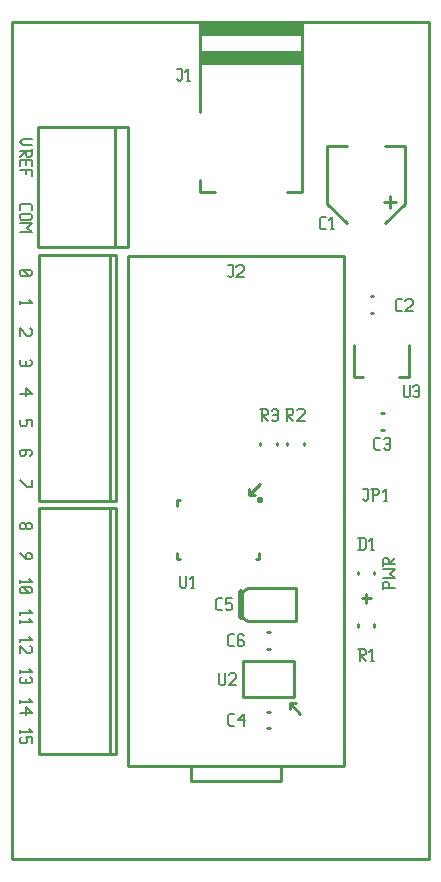
<source format=gbr>
G04 start of page 8 for group -4079 idx -4079 *
G04 Title: (unknown), topsilk *
G04 Creator: pcb 20140316 *
G04 CreationDate: Wed 01 Aug 2018 03:37:01 PM GMT UTC *
G04 For: railfan *
G04 Format: Gerber/RS-274X *
G04 PCB-Dimensions (mil): 1400.00 2800.00 *
G04 PCB-Coordinate-Origin: lower left *
%MOIN*%
%FSLAX25Y25*%
%LNTOPSILK*%
%ADD85C,0.0200*%
%ADD84C,0.0080*%
%ADD83C,0.0100*%
G54D83*X139500Y500D02*X500D01*
X93000Y52500D02*Y50500D01*
Y52500D02*X95000D01*
X96500Y49000D02*X93000Y52500D01*
X500Y279500D02*X139500D01*
X500Y500D02*Y279500D01*
X139500Y500D02*Y279500D01*
X79614Y122063D02*X81614D01*
X79614D02*Y124063D01*
X83114Y125563D02*X79614Y122063D01*
X118500Y89000D02*Y86000D01*
X117000Y87500D02*X120000D01*
G54D84*X124000Y91000D02*X128000D01*
X124000Y92500D02*Y90500D01*
Y92500D02*X124500Y93000D01*
X125500D01*
X126000Y92500D02*X125500Y93000D01*
X126000Y92500D02*Y91000D01*
X124000Y94200D02*X128000D01*
X126500Y95700D01*
X128000Y97200D01*
X124000D02*X128000D01*
X124000Y100400D02*Y98400D01*
Y100400D02*X124500Y100900D01*
X125500D01*
X126000Y100400D02*X125500Y100900D01*
X126000Y100400D02*Y98900D01*
X124000D02*X128000D01*
X126000D02*X128000Y100900D01*
X7000Y147000D02*Y145000D01*
X5000Y147000D02*X7000D01*
X5000D02*X5500Y146500D01*
Y145500D01*
X5000Y145000D01*
X3500D02*X5000D01*
X3000Y145500D02*X3500Y145000D01*
X3000Y146500D02*Y145500D01*
X3500Y147000D02*X3000Y146500D01*
X7000Y135500D02*X6500Y135000D01*
X7000Y136500D02*Y135500D01*
X6500Y137000D02*X7000Y136500D01*
X3500Y137000D02*X6500D01*
X3500D02*X3000Y136500D01*
X5000Y135500D02*X4500Y135000D01*
X5000Y137000D02*Y135500D01*
X3000Y136500D02*Y135500D01*
X3500Y135000D01*
X4500D01*
X3000Y127000D02*X5500Y124500D01*
X7000D01*
Y127000D02*Y124500D01*
X3500Y112500D02*X3000Y112000D01*
X3500Y112500D02*X4500D01*
X5000Y112000D01*
Y111000D01*
X4500Y110500D01*
X3500D02*X4500D01*
X3000Y111000D02*X3500Y110500D01*
X3000Y112000D02*Y111000D01*
X5500Y112500D02*X5000Y112000D01*
X5500Y112500D02*X6500D01*
X7000Y112000D01*
Y111000D01*
X6500Y110500D01*
X5500D02*X6500D01*
X5000Y111000D02*X5500Y110500D01*
X3000Y102500D02*X5000Y100500D01*
X6500D01*
X7000Y101000D02*X6500Y100500D01*
X7000Y102000D02*Y101000D01*
X6500Y102500D02*X7000Y102000D01*
X5500Y102500D02*X6500D01*
X5500D02*X5000Y102000D01*
Y100500D01*
X3000Y93500D02*Y92500D01*
Y93000D02*X7000D01*
X6000Y94000D02*X7000Y93000D01*
X3500Y91300D02*X3000Y90800D01*
X3500Y91300D02*X6500D01*
X7000Y90800D01*
Y89800D01*
X6500Y89300D01*
X3500D02*X6500D01*
X3000Y89800D02*X3500Y89300D01*
X3000Y90800D02*Y89800D01*
X4000Y91300D02*X6000Y89300D01*
X3000Y83000D02*Y82000D01*
Y82500D02*X7000D01*
X6000Y83500D02*X7000Y82500D01*
X3000Y80300D02*Y79300D01*
Y79800D02*X7000D01*
X6000Y80800D02*X7000Y79800D01*
X3000Y74000D02*Y73000D01*
Y73500D02*X7000D01*
X6000Y74500D02*X7000Y73500D01*
X6500Y71800D02*X7000Y71300D01*
Y69800D01*
X6500Y69300D01*
X5500D02*X6500D01*
X3000Y71800D02*X5500Y69300D01*
X3000Y71800D02*Y69300D01*
Y63500D02*Y62500D01*
Y63000D02*X7000D01*
X6000Y64000D02*X7000Y63000D01*
X6500Y61300D02*X7000Y60800D01*
Y59800D01*
X6500Y59300D01*
X3500D02*X6500D01*
X3000Y59800D02*X3500Y59300D01*
X3000Y60800D02*Y59800D01*
X3500Y61300D02*X3000Y60800D01*
X5000D02*Y59300D01*
X4000Y240500D02*X7000D01*
X4000D02*X3000Y239500D01*
X4000Y238500D01*
X7000D01*
Y237300D02*Y235300D01*
X6500Y234800D01*
X5500D02*X6500D01*
X5000Y235300D02*X5500Y234800D01*
X5000Y236800D02*Y235300D01*
X3000Y236800D02*X7000D01*
X5000D02*X3000Y234800D01*
X5000Y233600D02*Y232100D01*
X3000Y233600D02*Y231600D01*
Y233600D02*X7000D01*
Y231600D01*
X3000Y230400D02*X7000D01*
Y228400D01*
X5000Y230400D02*Y228900D01*
X3000Y218500D02*Y217000D01*
X3500Y219000D02*X3000Y218500D01*
X3500Y219000D02*X6500D01*
X7000Y218500D01*
Y217000D01*
X3500Y215800D02*X6500D01*
X7000Y215300D01*
Y214300D01*
X6500Y213800D01*
X3500D02*X6500D01*
X3000Y214300D02*X3500Y213800D01*
X3000Y215300D02*Y214300D01*
X3500Y215800D02*X3000Y215300D01*
Y212600D02*X7000D01*
X5500Y211100D01*
X7000Y209600D01*
X3000D02*X7000D01*
X3500Y197000D02*X3000Y196500D01*
X3500Y197000D02*X6500D01*
X7000Y196500D01*
Y195500D01*
X6500Y195000D01*
X3500D02*X6500D01*
X3000Y195500D02*X3500Y195000D01*
X3000Y196500D02*Y195500D01*
X4000Y197000D02*X6000Y195000D01*
X3000Y186500D02*Y185500D01*
Y186000D02*X7000D01*
X6000Y187000D02*X7000Y186000D01*
X6500Y177500D02*X7000Y177000D01*
Y175500D01*
X6500Y175000D01*
X5500D02*X6500D01*
X3000Y177500D02*X5500Y175000D01*
X3000Y177500D02*Y175000D01*
X6500Y167000D02*X7000Y166500D01*
Y165500D01*
X6500Y165000D01*
X3500D02*X6500D01*
X3000Y165500D02*X3500Y165000D01*
X3000Y166500D02*Y165500D01*
X3500Y167000D02*X3000Y166500D01*
X5000D02*Y165000D01*
Y157500D02*X7000Y155500D01*
X5000Y157500D02*Y155000D01*
X3000Y155500D02*X7000D01*
X3000Y53500D02*Y52500D01*
Y53000D02*X7000D01*
X6000Y54000D02*X7000Y53000D01*
X5000Y51300D02*X7000Y49300D01*
X5000Y51300D02*Y48800D01*
X3000Y49300D02*X7000D01*
X3000Y43500D02*Y42500D01*
Y43000D02*X7000D01*
X6000Y44000D02*X7000Y43000D01*
Y41300D02*Y39300D01*
X5000Y41300D02*X7000D01*
X5000D02*X5500Y40800D01*
Y39800D01*
X5000Y39300D01*
X3500D02*X5000D01*
X3000Y39800D02*X3500Y39300D01*
X3000Y40800D02*Y39800D01*
X3500Y41300D02*X3000Y40800D01*
G54D83*X121255Y96436D02*Y95650D01*
X115745Y96436D02*Y95650D01*
X121255Y78893D02*Y78107D01*
X115745Y78893D02*Y78107D01*
X123607Y143745D02*X124393D01*
X123607Y149255D02*X124393D01*
X124996Y238492D02*X131492D01*
X105508D02*X112004D01*
X105508D02*Y219004D01*
X131492Y238492D02*Y219004D01*
X105508D02*X112004Y212508D01*
X131492Y219004D02*X124996Y212508D01*
X124500Y219500D02*X128500D01*
X126500Y221500D02*Y217500D01*
X63000Y279000D02*Y249500D01*
Y279000D02*X97000D01*
Y223000D01*
X92000D02*X97000D01*
X63000Y227000D02*Y223000D01*
X68000D01*
X63000Y279000D02*X97000D01*
X63000Y278500D02*X97000D01*
X63000Y278000D02*X97000D01*
X63000Y277500D02*X97000D01*
X63000Y277000D02*X97000D01*
X63000Y276500D02*X97000D01*
X63000Y276000D02*X97000D01*
X63000Y275500D02*X97000D01*
X63000Y266000D02*X97000D01*
X63000Y266500D02*X97000D01*
X63000Y267000D02*X97000D01*
X63000Y267500D02*X97000D01*
X63000Y268000D02*X97000D01*
X63000Y268500D02*X97000D01*
X63000Y269000D02*X97000D01*
X63000Y269500D02*X97000D01*
X120107Y182745D02*X120893D01*
X120107Y188255D02*X120893D01*
X132845Y172105D02*Y161475D01*
X114345Y172105D02*Y161475D01*
X129595D02*X132845D01*
X114345D02*X117595D01*
X132666Y172105D02*X132845D01*
X114345D02*X114524D01*
X9200Y244500D02*Y204500D01*
X39200Y244500D02*Y204500D01*
X34800Y244500D02*Y204500D01*
X9200Y244500D02*X39200D01*
X9200Y204500D02*X39200D01*
X39000Y201500D02*Y31500D01*
X111000D01*
Y201500D01*
X39000D02*X111000D01*
X60000Y26500D02*X90000D01*
X60000Y31500D02*Y26500D01*
X90000Y31500D02*Y26500D01*
X83245Y139393D02*Y138607D01*
X88755Y139393D02*Y138607D01*
X92245Y139393D02*Y138607D01*
X97755Y139393D02*Y138607D01*
X85607Y49755D02*X86393D01*
X85607Y44245D02*X86393D01*
X77400Y66500D02*X94600D01*
Y54500D01*
X77400D02*X94600D01*
X77400Y66500D02*Y54500D01*
X9500Y202000D02*X35000D01*
X9500Y120000D02*X35000D01*
Y202000D02*Y120000D01*
X33000Y202000D02*Y120000D01*
X9500Y202000D02*Y120000D01*
Y117500D02*X35000D01*
X9500Y35500D02*X35000D01*
Y117500D02*Y35500D01*
X33000Y117500D02*Y35500D01*
X9500Y117500D02*Y35500D01*
X55334Y120406D02*Y118406D01*
Y120406D02*X56534D01*
X55334Y102720D02*Y100720D01*
X56534D01*
X82894Y102720D02*Y100720D01*
X81694D02*X82894D01*
X82378Y119890D02*X83378D01*
X82378Y120890D02*Y119890D01*
Y120890D02*X83378D01*
Y119890D01*
X85607Y76255D02*X86393D01*
X85607Y70745D02*X86393D01*
G54D85*X76900Y89800D02*Y81200D01*
G54D83*X79300Y80000D01*
X95100D01*
Y91000D01*
X79300D01*
X76900Y89800D01*
G54D84*X117600Y124000D02*X119100D01*
Y120500D01*
X118600Y120000D02*X119100Y120500D01*
X118100Y120000D02*X118600D01*
X117600Y120500D02*X118100Y120000D01*
X120800Y124000D02*Y120000D01*
X120300Y124000D02*X122300D01*
X122800Y123500D01*
Y122500D01*
X122300Y122000D02*X122800Y122500D01*
X120800Y122000D02*X122300D01*
X124500Y120000D02*X125500D01*
X125000Y124000D02*Y120000D01*
X124000Y123000D02*X125000Y124000D01*
X121807Y137150D02*X123307D01*
X121307Y137650D02*X121807Y137150D01*
X121307Y140650D02*Y137650D01*
Y140650D02*X121807Y141150D01*
X123307D01*
X124507Y140650D02*X125007Y141150D01*
X126007D01*
X126507Y140650D01*
Y137650D01*
X126007Y137150D02*X126507Y137650D01*
X125007Y137150D02*X126007D01*
X124507Y137650D02*X125007Y137150D01*
Y139150D02*X126507D01*
X116379Y107779D02*Y103779D01*
X117879Y107779D02*X118379Y107279D01*
Y104279D01*
X117879Y103779D02*X118379Y104279D01*
X115879Y103779D02*X117879D01*
X115879Y107779D02*X117879D01*
X120079Y103779D02*X121079D01*
X120579Y107779D02*Y103779D01*
X119579Y106779D02*X120579Y107779D01*
X56614Y95063D02*Y91563D01*
X57114Y91063D01*
X58114D01*
X58614Y91563D01*
Y95063D02*Y91563D01*
X60314Y91063D02*X61314D01*
X60814Y95063D02*Y91063D01*
X59814Y94063D02*X60814Y95063D01*
X73000Y45000D02*X74500D01*
X72500Y45500D02*X73000Y45000D01*
X72500Y48500D02*Y45500D01*
Y48500D02*X73000Y49000D01*
X74500D01*
X75700Y47000D02*X77700Y49000D01*
X75700Y47000D02*X78200D01*
X77700Y49000D02*Y45000D01*
X69602Y62582D02*Y59082D01*
X70102Y58582D01*
X71102D01*
X71602Y59082D01*
Y62582D02*Y59082D01*
X72802Y62082D02*X73302Y62582D01*
X74802D01*
X75302Y62082D01*
Y61082D01*
X72802Y58582D02*X75302Y61082D01*
X72802Y58582D02*X75302D01*
X73000Y71500D02*X74500D01*
X72500Y72000D02*X73000Y71500D01*
X72500Y75000D02*Y72000D01*
Y75000D02*X73000Y75500D01*
X74500D01*
X77200D02*X77700Y75000D01*
X76200Y75500D02*X77200D01*
X75700Y75000D02*X76200Y75500D01*
X75700Y75000D02*Y72000D01*
X76200Y71500D01*
X77200Y73500D02*X77700Y73000D01*
X75700Y73500D02*X77200D01*
X76200Y71500D02*X77200D01*
X77700Y72000D01*
Y73000D02*Y72000D01*
X69000Y83600D02*X70500D01*
X68500Y84100D02*X69000Y83600D01*
X68500Y87100D02*Y84100D01*
Y87100D02*X69000Y87600D01*
X70500D01*
X71700D02*X73700D01*
X71700D02*Y85600D01*
X72200Y86100D01*
X73200D01*
X73700Y85600D01*
Y84100D01*
X73200Y83600D02*X73700Y84100D01*
X72200Y83600D02*X73200D01*
X71700Y84100D02*X72200Y83600D01*
X115936Y70650D02*X117936D01*
X118436Y70150D01*
Y69150D01*
X117936Y68650D02*X118436Y69150D01*
X116436Y68650D02*X117936D01*
X116436Y70650D02*Y66650D01*
Y68650D02*X118436Y66650D01*
X120136D02*X121136D01*
X120636Y70650D02*Y66650D01*
X119636Y69650D02*X120636Y70650D01*
X103500Y210500D02*X105000D01*
X103000Y211000D02*X103500Y210500D01*
X103000Y214000D02*Y211000D01*
Y214000D02*X103500Y214500D01*
X105000D01*
X106700Y210500D02*X107700D01*
X107200Y214500D02*Y210500D01*
X106200Y213500D02*X107200Y214500D01*
X55500Y264000D02*X57000D01*
Y260500D01*
X56500Y260000D02*X57000Y260500D01*
X56000Y260000D02*X56500D01*
X55500Y260500D02*X56000Y260000D01*
X58700D02*X59700D01*
X59200Y264000D02*Y260000D01*
X58200Y263000D02*X59200Y264000D01*
X72500Y198500D02*X74000D01*
Y195000D01*
X73500Y194500D02*X74000Y195000D01*
X73000Y194500D02*X73500D01*
X72500Y195000D02*X73000Y194500D01*
X75200Y198000D02*X75700Y198500D01*
X77200D01*
X77700Y198000D01*
Y197000D01*
X75200Y194500D02*X77700Y197000D01*
X75200Y194500D02*X77700D01*
X128850Y183193D02*X130350D01*
X128350Y183693D02*X128850Y183193D01*
X128350Y186693D02*Y183693D01*
Y186693D02*X128850Y187193D01*
X130350D01*
X131550Y186693D02*X132050Y187193D01*
X133550D01*
X134050Y186693D01*
Y185693D01*
X131550Y183193D02*X134050Y185693D01*
X131550Y183193D02*X134050D01*
X131100Y158620D02*Y155120D01*
X131600Y154620D01*
X132600D01*
X133100Y155120D01*
Y158620D02*Y155120D01*
X134300Y158120D02*X134800Y158620D01*
X135800D01*
X136300Y158120D01*
Y155120D01*
X135800Y154620D02*X136300Y155120D01*
X134800Y154620D02*X135800D01*
X134300Y155120D02*X134800Y154620D01*
Y156620D02*X136300D01*
X83307Y150607D02*X85307D01*
X85807Y150107D01*
Y149107D01*
X85307Y148607D02*X85807Y149107D01*
X83807Y148607D02*X85307D01*
X83807Y150607D02*Y146607D01*
Y148607D02*X85807Y146607D01*
X87007Y150107D02*X87507Y150607D01*
X88507D01*
X89007Y150107D01*
Y147107D01*
X88507Y146607D02*X89007Y147107D01*
X87507Y146607D02*X88507D01*
X87007Y147107D02*X87507Y146607D01*
Y148607D02*X89007D01*
X91807Y150693D02*X93807D01*
X94307Y150193D01*
Y149193D01*
X93807Y148693D02*X94307Y149193D01*
X92307Y148693D02*X93807D01*
X92307Y150693D02*Y146693D01*
Y148693D02*X94307Y146693D01*
X95507Y150193D02*X96007Y150693D01*
X97507D01*
X98007Y150193D01*
Y149193D01*
X95507Y146693D02*X98007Y149193D01*
X95507Y146693D02*X98007D01*
M02*

</source>
